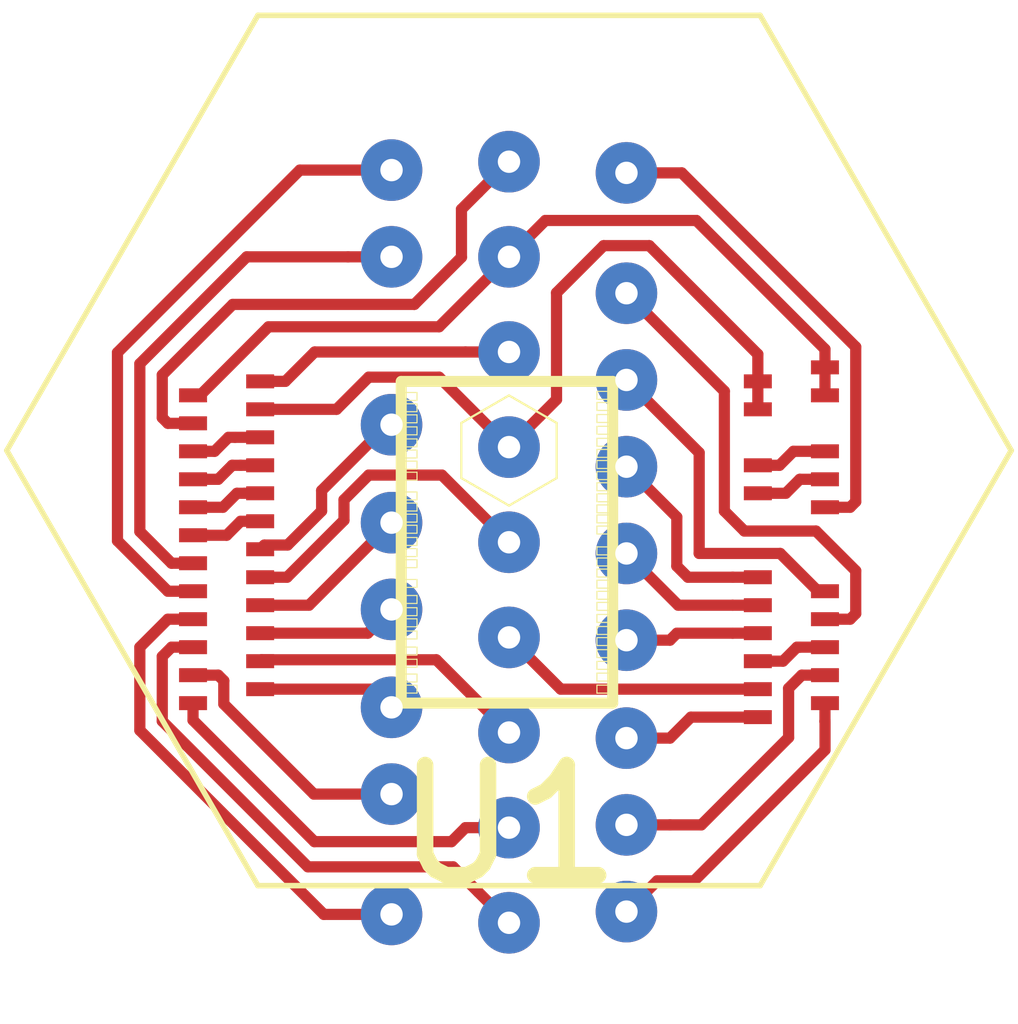
<source format=kicad_pcb>
(kicad_pcb (version 20170123) (host pcbnew "(2017-03-28 revision 8f3423b)-master")

  (general
    (links 40)
    (no_connects 2)
    (area 135.012329 103.8606 144.387671 113.157001)
    (thickness 1.6)
    (drawings 0)
    (tracks 164)
    (zones 0)
    (modules 1)
    (nets 31)
  )

  (page USLetter)
  (title_block
    (title "Topmetal-S sensor")
    (date 2017-04-12)
    (rev 0)
    (company LBNL)
  )

  (layers
    (0 F.Cu signal)
    (1 In1.Cu power)
    (2 In2.Cu jumper)
    (31 B.Cu signal)
    (33 F.Adhes user)
    (35 F.Paste user)
    (37 F.SilkS user)
    (39 F.Mask user)
    (40 Dwgs.User user)
    (41 Cmts.User user)
    (42 Eco1.User user)
    (43 Eco2.User user)
    (44 Edge.Cuts user)
    (45 Margin user)
    (47 F.CrtYd user)
    (49 F.Fab user)
  )

  (setup
    (last_trace_width 0.1016)
    (user_trace_width 0.1016)
    (user_trace_width 0.1524)
    (user_trace_width 0.2032)
    (trace_clearance 0.1016)
    (zone_clearance 0.1016)
    (zone_45_only no)
    (trace_min 0.1016)
    (segment_width 0.2)
    (edge_width 0.15)
    (via_size 0.5588)
    (via_drill 0.2032)
    (via_min_size 0.5588)
    (via_min_drill 0.2032)
    (user_via 0.5588 0.2032)
    (user_via 0.7112 0.3556)
    (user_via 0.8636 0.508)
    (uvia_size 0.3048)
    (uvia_drill 0.1016)
    (uvias_allowed no)
    (uvia_min_size 0)
    (uvia_min_drill 0)
    (pcb_text_width 0.3)
    (pcb_text_size 1.5 1.5)
    (mod_edge_width 0.15)
    (mod_text_size 1 1)
    (mod_text_width 0.15)
    (pad_size 1.2 0.9)
    (pad_drill 0)
    (pad_to_mask_clearance 0.2)
    (aux_axis_origin 0 0)
    (visible_elements FFFFFF7F)
    (pcbplotparams
      (layerselection 0x00030_80000001)
      (usegerberextensions false)
      (excludeedgelayer true)
      (linewidth 0.100000)
      (plotframeref false)
      (viasonmask false)
      (mode 1)
      (useauxorigin false)
      (hpglpennumber 1)
      (hpglpenspeed 20)
      (hpglpendiameter 15)
      (psnegative false)
      (psa4output false)
      (plotreference true)
      (plotvalue true)
      (plotinvisibletext false)
      (padsonsilk false)
      (subtractmaskfromsilk false)
      (outputformat 1)
      (mirror false)
      (drillshape 1)
      (scaleselection 1)
      (outputdirectory ""))
  )

  (net 0 "")
  (net 1 /Gring)
  (net 2 /AVDD)
  (net 3 /AGND)
  (net 4 /GND_NMOSI)
  (net 5 /CSA_VREF_{})
  (net 6 /CSA_VDIS_{})
  (net 7 /VCASN_{})
  (net 8 /VCASP_{})
  (net 9 /DVDD)
  (net 10 /DGND)
  (net 11 /LVDS_VREF)
  (net 12 /RESET)
  (net 13 /SDM_OUT2_{}_P)
  (net 14 /SDM_OUT2_{}_N)
  (net 15 /SDM_OUT1_{}_N)
  (net 16 /SDM_OUT1_{}_P)
  (net 17 /CLK_N)
  (net 18 /CLK_P)
  (net 19 /SCK_{})
  (net 20 /SDO_{})
  (net 21 /CSA_VBIASP_{})
  (net 22 /CSA_VBIASN_{})
  (net 23 /DAC_BufferX2_VREF)
  (net 24 /SDM_testIN)
  (net 25 /Ref2)
  (net 26 /Ref1)
  (net 27 /Ref3)
  (net 28 /GND_VREF)
  (net 29 /SDM_BIAS_{})
  (net 30 /SDM_VDD_Shield)

  (net_class Default "This is the default net class."
    (clearance 0.1016)
    (trace_width 0.1016)
    (via_dia 0.5588)
    (via_drill 0.2032)
    (uvia_dia 0.3048)
    (uvia_drill 0.1016)
    (diff_pair_gap 0.2032)
    (diff_pair_width 0.1016)
    (add_net /AGND)
    (add_net /AVDD)
    (add_net /CLK_N)
    (add_net /CLK_P)
    (add_net /CSA_VBIASN_{})
    (add_net /CSA_VBIASP_{})
    (add_net /CSA_VDIS_{})
    (add_net /CSA_VREF_{})
    (add_net /DAC_BufferX2_VREF)
    (add_net /DGND)
    (add_net /DVDD)
    (add_net /GND_NMOSI)
    (add_net /GND_VREF)
    (add_net /Gring)
    (add_net /LVDS_VREF)
    (add_net /RESET)
    (add_net /Ref1)
    (add_net /Ref2)
    (add_net /Ref3)
    (add_net /SCK_{})
    (add_net /SDM_BIAS_{})
    (add_net /SDM_OUT1_{}_N)
    (add_net /SDM_OUT1_{}_P)
    (add_net /SDM_OUT2_{}_N)
    (add_net /SDM_OUT2_{}_P)
    (add_net /SDM_VDD_Shield)
    (add_net /SDM_testIN)
    (add_net /SDO_{})
    (add_net /VCASN_{})
    (add_net /VCASP_{})
  )

  (module Topmetal:TMS1mm (layer F.Cu) (tedit 58EF9E67) (tstamp 58EF9880)
    (at 139.7 107.95)
    (path /58EEFFC1)
    (fp_text reference U1 (at 0 3.4) (layer F.SilkS)
      (effects (font (size 1 1) (thickness 0.15)))
    )
    (fp_text value TMS1mm (at 0 0) (layer F.Fab)
      (effects (font (size 1 1) (thickness 0.15)))
    )
    (fp_line (start 2.28053 -3.95) (end 4.56107 0) (layer F.SilkS) (width 0.05))
    (fp_line (start -2.28053 -3.95) (end 2.28053 -3.95) (layer F.SilkS) (width 0.05))
    (fp_line (start -4.56107 0) (end -2.28053 -3.95) (layer F.SilkS) (width 0.05))
    (fp_line (start -2.28053 3.95) (end -4.56107 0) (layer F.SilkS) (width 0.05))
    (fp_line (start 2.28053 3.95) (end -2.28053 3.95) (layer F.SilkS) (width 0.05))
    (fp_line (start 4.56107 0) (end 2.28053 3.95) (layer F.SilkS) (width 0.05))
    (fp_line (start -0.978525 2.29282) (end -0.978525 -0.627175) (layer F.SilkS) (width 0.1))
    (fp_line (start 0.941475 2.29282) (end -0.978525 2.29282) (layer F.SilkS) (width 0.1))
    (fp_line (start 0.941475 -0.627175) (end 0.941475 2.29282) (layer F.SilkS) (width 0.1))
    (fp_line (start -0.978525 -0.627175) (end 0.941475 -0.627175) (layer F.SilkS) (width 0.1))
    (fp_line (start 0.433013 -0.25) (end 0.433013 0.25) (layer F.SilkS) (width 0.02))
    (fp_line (start 0 -0.5) (end 0.433013 -0.25) (layer F.SilkS) (width 0.02))
    (fp_line (start -0.433013 -0.25) (end 0 -0.5) (layer F.SilkS) (width 0.02))
    (fp_line (start -0.433013 0.25) (end -0.433013 -0.25) (layer F.SilkS) (width 0.02))
    (fp_line (start 0 0.5) (end -0.433013 0.25) (layer F.SilkS) (width 0.02))
    (fp_line (start 0.433013 0.25) (end 0 0.5) (layer F.SilkS) (width 0.02))
    (fp_line (start 0.798475 -0.464575) (end 0.798475 -0.536575) (layer F.SilkS) (width 0.01))
    (fp_line (start 0.914475 -0.464575) (end 0.798475 -0.464575) (layer F.SilkS) (width 0.01))
    (fp_line (start 0.914475 -0.536575) (end 0.914475 -0.464575) (layer F.SilkS) (width 0.01))
    (fp_line (start 0.798475 -0.536575) (end 0.914475 -0.536575) (layer F.SilkS) (width 0.01))
    (fp_line (start 0.798475 -0.363775) (end 0.798475 -0.435775) (layer F.SilkS) (width 0.01))
    (fp_line (start 0.914475 -0.363775) (end 0.798475 -0.363775) (layer F.SilkS) (width 0.01))
    (fp_line (start 0.914475 -0.435775) (end 0.914475 -0.363775) (layer F.SilkS) (width 0.01))
    (fp_line (start 0.798475 -0.435775) (end 0.914475 -0.435775) (layer F.SilkS) (width 0.01))
    (fp_line (start 0.798475 -0.254475) (end 0.798475 -0.326475) (layer F.SilkS) (width 0.01))
    (fp_line (start 0.914475 -0.254475) (end 0.798475 -0.254475) (layer F.SilkS) (width 0.01))
    (fp_line (start 0.914475 -0.326475) (end 0.914475 -0.254475) (layer F.SilkS) (width 0.01))
    (fp_line (start 0.798475 -0.326475) (end 0.914475 -0.326475) (layer F.SilkS) (width 0.01))
    (fp_line (start 0.798475 -0.147875) (end 0.798475 -0.219875) (layer F.SilkS) (width 0.01))
    (fp_line (start 0.914475 -0.147875) (end 0.798475 -0.147875) (layer F.SilkS) (width 0.01))
    (fp_line (start 0.914475 -0.219875) (end 0.914475 -0.147875) (layer F.SilkS) (width 0.01))
    (fp_line (start 0.798475 -0.219875) (end 0.914475 -0.219875) (layer F.SilkS) (width 0.01))
    (fp_line (start 0.798475 -0.038575) (end 0.798475 -0.110575) (layer F.SilkS) (width 0.01))
    (fp_line (start 0.914475 -0.038575) (end 0.798475 -0.038575) (layer F.SilkS) (width 0.01))
    (fp_line (start 0.914475 -0.110575) (end 0.914475 -0.038575) (layer F.SilkS) (width 0.01))
    (fp_line (start 0.798475 -0.110575) (end 0.914475 -0.110575) (layer F.SilkS) (width 0.01))
    (fp_line (start 0.798475 0.062225) (end 0.798475 -0.009775) (layer F.SilkS) (width 0.01))
    (fp_line (start 0.914475 0.062225) (end 0.798475 0.062225) (layer F.SilkS) (width 0.01))
    (fp_line (start 0.914475 -0.009775) (end 0.914475 0.062225) (layer F.SilkS) (width 0.01))
    (fp_line (start 0.798475 -0.009775) (end 0.914475 -0.009775) (layer F.SilkS) (width 0.01))
    (fp_line (start 0.798475 0.163025) (end 0.798475 0.091025) (layer F.SilkS) (width 0.01))
    (fp_line (start 0.914475 0.163025) (end 0.798475 0.163025) (layer F.SilkS) (width 0.01))
    (fp_line (start 0.914475 0.091025) (end 0.914475 0.163025) (layer F.SilkS) (width 0.01))
    (fp_line (start 0.798475 0.091025) (end 0.914475 0.091025) (layer F.SilkS) (width 0.01))
    (fp_line (start 0.798475 0.263825) (end 0.798475 0.191825) (layer F.SilkS) (width 0.01))
    (fp_line (start 0.914475 0.263825) (end 0.798475 0.263825) (layer F.SilkS) (width 0.01))
    (fp_line (start 0.914475 0.191825) (end 0.914475 0.263825) (layer F.SilkS) (width 0.01))
    (fp_line (start 0.798475 0.191825) (end 0.914475 0.191825) (layer F.SilkS) (width 0.01))
    (fp_line (start 0.798475 0.364625) (end 0.798475 0.292625) (layer F.SilkS) (width 0.01))
    (fp_line (start 0.914475 0.364625) (end 0.798475 0.364625) (layer F.SilkS) (width 0.01))
    (fp_line (start 0.914475 0.292625) (end 0.914475 0.364625) (layer F.SilkS) (width 0.01))
    (fp_line (start 0.798475 0.292625) (end 0.914475 0.292625) (layer F.SilkS) (width 0.01))
    (fp_line (start 0.798475 0.465425) (end 0.798475 0.393425) (layer F.SilkS) (width 0.01))
    (fp_line (start 0.914475 0.465425) (end 0.798475 0.465425) (layer F.SilkS) (width 0.01))
    (fp_line (start 0.914475 0.393425) (end 0.914475 0.465425) (layer F.SilkS) (width 0.01))
    (fp_line (start 0.798475 0.393425) (end 0.914475 0.393425) (layer F.SilkS) (width 0.01))
    (fp_line (start 0.798475 0.566225) (end 0.798475 0.494225) (layer F.SilkS) (width 0.01))
    (fp_line (start 0.914475 0.566225) (end 0.798475 0.566225) (layer F.SilkS) (width 0.01))
    (fp_line (start 0.914475 0.494225) (end 0.914475 0.566225) (layer F.SilkS) (width 0.01))
    (fp_line (start 0.798475 0.494225) (end 0.914475 0.494225) (layer F.SilkS) (width 0.01))
    (fp_line (start 0.798475 0.657025) (end 0.798475 0.585025) (layer F.SilkS) (width 0.01))
    (fp_line (start 0.914475 0.657025) (end 0.798475 0.657025) (layer F.SilkS) (width 0.01))
    (fp_line (start 0.914475 0.585025) (end 0.914475 0.657025) (layer F.SilkS) (width 0.01))
    (fp_line (start 0.798475 0.585025) (end 0.914475 0.585025) (layer F.SilkS) (width 0.01))
    (fp_line (start 0.798475 0.757825) (end 0.798475 0.685825) (layer F.SilkS) (width 0.01))
    (fp_line (start 0.914475 0.757825) (end 0.798475 0.757825) (layer F.SilkS) (width 0.01))
    (fp_line (start 0.914475 0.685825) (end 0.914475 0.757825) (layer F.SilkS) (width 0.01))
    (fp_line (start 0.798475 0.685825) (end 0.914475 0.685825) (layer F.SilkS) (width 0.01))
    (fp_line (start 0.798475 0.947025) (end 0.798475 0.875025) (layer F.SilkS) (width 0.01))
    (fp_line (start 0.914475 0.947025) (end 0.798475 0.947025) (layer F.SilkS) (width 0.01))
    (fp_line (start 0.914475 0.875025) (end 0.914475 0.947025) (layer F.SilkS) (width 0.01))
    (fp_line (start 0.798475 0.875025) (end 0.914475 0.875025) (layer F.SilkS) (width 0.01))
    (fp_line (start 0.798475 1.04783) (end 0.798475 0.975825) (layer F.SilkS) (width 0.01))
    (fp_line (start 0.914475 1.04783) (end 0.798475 1.04783) (layer F.SilkS) (width 0.01))
    (fp_line (start 0.914475 0.975825) (end 0.914475 1.04783) (layer F.SilkS) (width 0.01))
    (fp_line (start 0.798475 0.975825) (end 0.914475 0.975825) (layer F.SilkS) (width 0.01))
    (fp_line (start 0.798475 1.14863) (end 0.798475 1.07662) (layer F.SilkS) (width 0.01))
    (fp_line (start 0.914475 1.14863) (end 0.798475 1.14863) (layer F.SilkS) (width 0.01))
    (fp_line (start 0.914475 1.07662) (end 0.914475 1.14863) (layer F.SilkS) (width 0.01))
    (fp_line (start 0.798475 1.07662) (end 0.914475 1.07662) (layer F.SilkS) (width 0.01))
    (fp_line (start 0.798475 1.24943) (end 0.798475 1.17742) (layer F.SilkS) (width 0.01))
    (fp_line (start 0.914475 1.24943) (end 0.798475 1.24943) (layer F.SilkS) (width 0.01))
    (fp_line (start 0.914475 1.17742) (end 0.914475 1.24943) (layer F.SilkS) (width 0.01))
    (fp_line (start 0.798475 1.17742) (end 0.914475 1.17742) (layer F.SilkS) (width 0.01))
    (fp_line (start 0.798475 1.35023) (end 0.798475 1.27822) (layer F.SilkS) (width 0.01))
    (fp_line (start 0.914475 1.35023) (end 0.798475 1.35023) (layer F.SilkS) (width 0.01))
    (fp_line (start 0.914475 1.27822) (end 0.914475 1.35023) (layer F.SilkS) (width 0.01))
    (fp_line (start 0.798475 1.27822) (end 0.914475 1.27822) (layer F.SilkS) (width 0.01))
    (fp_line (start 0.798475 1.45103) (end 0.798475 1.37903) (layer F.SilkS) (width 0.01))
    (fp_line (start 0.914475 1.45103) (end 0.798475 1.45103) (layer F.SilkS) (width 0.01))
    (fp_line (start 0.914475 1.37903) (end 0.914475 1.45103) (layer F.SilkS) (width 0.01))
    (fp_line (start 0.798475 1.37903) (end 0.914475 1.37903) (layer F.SilkS) (width 0.01))
    (fp_line (start 0.798475 1.56032) (end 0.798475 1.48832) (layer F.SilkS) (width 0.01))
    (fp_line (start 0.914475 1.56032) (end 0.798475 1.56032) (layer F.SilkS) (width 0.01))
    (fp_line (start 0.914475 1.48832) (end 0.914475 1.56032) (layer F.SilkS) (width 0.01))
    (fp_line (start 0.798475 1.48832) (end 0.914475 1.48832) (layer F.SilkS) (width 0.01))
    (fp_line (start 0.798475 1.66963) (end 0.798475 1.59763) (layer F.SilkS) (width 0.01))
    (fp_line (start 0.914475 1.66963) (end 0.798475 1.66963) (layer F.SilkS) (width 0.01))
    (fp_line (start 0.914475 1.59763) (end 0.914475 1.66963) (layer F.SilkS) (width 0.01))
    (fp_line (start 0.798475 1.59763) (end 0.914475 1.59763) (layer F.SilkS) (width 0.01))
    (fp_line (start 0.798475 1.77042) (end 0.798475 1.69842) (layer F.SilkS) (width 0.01))
    (fp_line (start 0.914475 1.77042) (end 0.798475 1.77042) (layer F.SilkS) (width 0.01))
    (fp_line (start 0.914475 1.69842) (end 0.914475 1.77042) (layer F.SilkS) (width 0.01))
    (fp_line (start 0.798475 1.69842) (end 0.914475 1.69842) (layer F.SilkS) (width 0.01))
    (fp_line (start 0.798475 1.87972) (end 0.798475 1.80772) (layer F.SilkS) (width 0.01))
    (fp_line (start 0.914475 1.87972) (end 0.798475 1.87972) (layer F.SilkS) (width 0.01))
    (fp_line (start 0.914475 1.80772) (end 0.914475 1.87972) (layer F.SilkS) (width 0.01))
    (fp_line (start 0.798475 1.80772) (end 0.914475 1.80772) (layer F.SilkS) (width 0.01))
    (fp_line (start 0.798475 1.98633) (end 0.798475 1.91433) (layer F.SilkS) (width 0.01))
    (fp_line (start 0.914475 1.98633) (end 0.798475 1.98633) (layer F.SilkS) (width 0.01))
    (fp_line (start 0.914475 1.91433) (end 0.914475 1.98633) (layer F.SilkS) (width 0.01))
    (fp_line (start 0.798475 1.91433) (end 0.914475 1.91433) (layer F.SilkS) (width 0.01))
    (fp_line (start 0.798475 2.09292) (end 0.798475 2.02092) (layer F.SilkS) (width 0.01))
    (fp_line (start 0.914475 2.09292) (end 0.798475 2.09292) (layer F.SilkS) (width 0.01))
    (fp_line (start 0.914475 2.02092) (end 0.914475 2.09292) (layer F.SilkS) (width 0.01))
    (fp_line (start 0.798475 2.02092) (end 0.914475 2.02092) (layer F.SilkS) (width 0.01))
    (fp_line (start 0.798475 2.20222) (end 0.798475 2.13022) (layer F.SilkS) (width 0.01))
    (fp_line (start 0.914475 2.20222) (end 0.798475 2.20222) (layer F.SilkS) (width 0.01))
    (fp_line (start 0.914475 2.13022) (end 0.914475 2.20222) (layer F.SilkS) (width 0.01))
    (fp_line (start 0.798475 2.13022) (end 0.914475 2.13022) (layer F.SilkS) (width 0.01))
    (fp_line (start -0.951525 2.20222) (end -0.951525 2.13022) (layer F.SilkS) (width 0.01))
    (fp_line (start -0.835525 2.20222) (end -0.951525 2.20222) (layer F.SilkS) (width 0.01))
    (fp_line (start -0.835525 2.13022) (end -0.835525 2.20222) (layer F.SilkS) (width 0.01))
    (fp_line (start -0.951525 2.13022) (end -0.835525 2.13022) (layer F.SilkS) (width 0.01))
    (fp_line (start -0.951525 2.10143) (end -0.951525 2.02943) (layer F.SilkS) (width 0.01))
    (fp_line (start -0.835525 2.10143) (end -0.951525 2.10143) (layer F.SilkS) (width 0.01))
    (fp_line (start -0.835525 2.02943) (end -0.835525 2.10143) (layer F.SilkS) (width 0.01))
    (fp_line (start -0.951525 2.02943) (end -0.835525 2.02943) (layer F.SilkS) (width 0.01))
    (fp_line (start -0.951525 1.96702) (end -0.951525 1.89502) (layer F.SilkS) (width 0.01))
    (fp_line (start -0.835525 1.96702) (end -0.951525 1.96702) (layer F.SilkS) (width 0.01))
    (fp_line (start -0.835525 1.89502) (end -0.835525 1.96702) (layer F.SilkS) (width 0.01))
    (fp_line (start -0.951525 1.89502) (end -0.835525 1.89502) (layer F.SilkS) (width 0.01))
    (fp_line (start -0.951525 1.85623) (end -0.951525 1.78422) (layer F.SilkS) (width 0.01))
    (fp_line (start -0.835525 1.85623) (end -0.951525 1.85623) (layer F.SilkS) (width 0.01))
    (fp_line (start -0.835525 1.78422) (end -0.835525 1.85623) (layer F.SilkS) (width 0.01))
    (fp_line (start -0.951525 1.78422) (end -0.835525 1.78422) (layer F.SilkS) (width 0.01))
    (fp_line (start -0.951525 1.71063) (end -0.951525 1.63862) (layer F.SilkS) (width 0.01))
    (fp_line (start -0.835525 1.71063) (end -0.951525 1.71063) (layer F.SilkS) (width 0.01))
    (fp_line (start -0.835525 1.63862) (end -0.835525 1.71063) (layer F.SilkS) (width 0.01))
    (fp_line (start -0.951525 1.63862) (end -0.835525 1.63862) (layer F.SilkS) (width 0.01))
    (fp_line (start -0.951525 1.59982) (end -0.951525 1.52782) (layer F.SilkS) (width 0.01))
    (fp_line (start -0.835525 1.59982) (end -0.951525 1.59982) (layer F.SilkS) (width 0.01))
    (fp_line (start -0.835525 1.52782) (end -0.835525 1.59982) (layer F.SilkS) (width 0.01))
    (fp_line (start -0.951525 1.52782) (end -0.835525 1.52782) (layer F.SilkS) (width 0.01))
    (fp_line (start -0.951525 1.49902) (end -0.951525 1.42702) (layer F.SilkS) (width 0.01))
    (fp_line (start -0.835525 1.49902) (end -0.951525 1.49902) (layer F.SilkS) (width 0.01))
    (fp_line (start -0.835525 1.42702) (end -0.835525 1.49902) (layer F.SilkS) (width 0.01))
    (fp_line (start -0.951525 1.42702) (end -0.835525 1.42702) (layer F.SilkS) (width 0.01))
    (fp_line (start -0.951525 1.38823) (end -0.951525 1.31622) (layer F.SilkS) (width 0.01))
    (fp_line (start -0.835525 1.38823) (end -0.951525 1.38823) (layer F.SilkS) (width 0.01))
    (fp_line (start -0.835525 1.31622) (end -0.835525 1.38823) (layer F.SilkS) (width 0.01))
    (fp_line (start -0.951525 1.31622) (end -0.835525 1.31622) (layer F.SilkS) (width 0.01))
    (fp_line (start -0.951525 1.24262) (end -0.951525 1.17062) (layer F.SilkS) (width 0.01))
    (fp_line (start -0.835525 1.24262) (end -0.951525 1.24262) (layer F.SilkS) (width 0.01))
    (fp_line (start -0.835525 1.17062) (end -0.835525 1.24262) (layer F.SilkS) (width 0.01))
    (fp_line (start -0.951525 1.17062) (end -0.835525 1.17062) (layer F.SilkS) (width 0.01))
    (fp_line (start -0.951525 1.06342) (end -0.951525 0.991425) (layer F.SilkS) (width 0.01))
    (fp_line (start -0.835525 1.06342) (end -0.951525 1.06342) (layer F.SilkS) (width 0.01))
    (fp_line (start -0.835525 0.991425) (end -0.835525 1.06342) (layer F.SilkS) (width 0.01))
    (fp_line (start -0.951525 0.991425) (end -0.835525 0.991425) (layer F.SilkS) (width 0.01))
    (fp_line (start -0.951525 0.962625) (end -0.951525 0.890625) (layer F.SilkS) (width 0.01))
    (fp_line (start -0.835525 0.962625) (end -0.951525 0.962625) (layer F.SilkS) (width 0.01))
    (fp_line (start -0.835525 0.890625) (end -0.835525 0.962625) (layer F.SilkS) (width 0.01))
    (fp_line (start -0.951525 0.890625) (end -0.835525 0.890625) (layer F.SilkS) (width 0.01))
    (fp_line (start -0.951525 0.861825) (end -0.951525 0.789825) (layer F.SilkS) (width 0.01))
    (fp_line (start -0.835525 0.861825) (end -0.951525 0.861825) (layer F.SilkS) (width 0.01))
    (fp_line (start -0.835525 0.789825) (end -0.835525 0.861825) (layer F.SilkS) (width 0.01))
    (fp_line (start -0.951525 0.789825) (end -0.835525 0.789825) (layer F.SilkS) (width 0.01))
    (fp_line (start -0.951525 0.750875) (end -0.951525 0.678875) (layer F.SilkS) (width 0.01))
    (fp_line (start -0.835525 0.750875) (end -0.951525 0.750875) (layer F.SilkS) (width 0.01))
    (fp_line (start -0.835525 0.678875) (end -0.835525 0.750875) (layer F.SilkS) (width 0.01))
    (fp_line (start -0.951525 0.678875) (end -0.835525 0.678875) (layer F.SilkS) (width 0.01))
    (fp_line (start -0.951525 0.650075) (end -0.951525 0.578075) (layer F.SilkS) (width 0.01))
    (fp_line (start -0.835525 0.650075) (end -0.951525 0.650075) (layer F.SilkS) (width 0.01))
    (fp_line (start -0.835525 0.578075) (end -0.835525 0.650075) (layer F.SilkS) (width 0.01))
    (fp_line (start -0.951525 0.578075) (end -0.835525 0.578075) (layer F.SilkS) (width 0.01))
    (fp_line (start -0.951525 0.549275) (end -0.951525 0.477275) (layer F.SilkS) (width 0.01))
    (fp_line (start -0.835525 0.549275) (end -0.951525 0.549275) (layer F.SilkS) (width 0.01))
    (fp_line (start -0.835525 0.477275) (end -0.835525 0.549275) (layer F.SilkS) (width 0.01))
    (fp_line (start -0.951525 0.477275) (end -0.835525 0.477275) (layer F.SilkS) (width 0.01))
    (fp_line (start -0.951525 0.448475) (end -0.951525 0.376475) (layer F.SilkS) (width 0.01))
    (fp_line (start -0.835525 0.448475) (end -0.951525 0.448475) (layer F.SilkS) (width 0.01))
    (fp_line (start -0.835525 0.376475) (end -0.835525 0.448475) (layer F.SilkS) (width 0.01))
    (fp_line (start -0.951525 0.376475) (end -0.835525 0.376475) (layer F.SilkS) (width 0.01))
    (fp_line (start -0.951525 0.269275) (end -0.951525 0.197275) (layer F.SilkS) (width 0.01))
    (fp_line (start -0.835525 0.269275) (end -0.951525 0.269275) (layer F.SilkS) (width 0.01))
    (fp_line (start -0.835525 0.197275) (end -0.835525 0.269275) (layer F.SilkS) (width 0.01))
    (fp_line (start -0.951525 0.197275) (end -0.835525 0.197275) (layer F.SilkS) (width 0.01))
    (fp_line (start -0.951525 0.168475) (end -0.951525 0.096475) (layer F.SilkS) (width 0.01))
    (fp_line (start -0.835525 0.168475) (end -0.951525 0.168475) (layer F.SilkS) (width 0.01))
    (fp_line (start -0.835525 0.096475) (end -0.835525 0.168475) (layer F.SilkS) (width 0.01))
    (fp_line (start -0.951525 0.096475) (end -0.835525 0.096475) (layer F.SilkS) (width 0.01))
    (fp_line (start -0.951525 0.067675) (end -0.951525 -0.004325) (layer F.SilkS) (width 0.01))
    (fp_line (start -0.835525 0.067675) (end -0.951525 0.067675) (layer F.SilkS) (width 0.01))
    (fp_line (start -0.835525 -0.004325) (end -0.835525 0.067675) (layer F.SilkS) (width 0.01))
    (fp_line (start -0.951525 -0.004325) (end -0.835525 -0.004325) (layer F.SilkS) (width 0.01))
    (fp_line (start -0.951525 -0.033125) (end -0.951525 -0.105125) (layer F.SilkS) (width 0.01))
    (fp_line (start -0.835525 -0.033125) (end -0.951525 -0.033125) (layer F.SilkS) (width 0.01))
    (fp_line (start -0.835525 -0.105125) (end -0.835525 -0.033125) (layer F.SilkS) (width 0.01))
    (fp_line (start -0.951525 -0.105125) (end -0.835525 -0.105125) (layer F.SilkS) (width 0.01))
    (fp_line (start -0.951525 -0.142425) (end -0.951525 -0.214425) (layer F.SilkS) (width 0.01))
    (fp_line (start -0.835525 -0.142425) (end -0.951525 -0.142425) (layer F.SilkS) (width 0.01))
    (fp_line (start -0.835525 -0.214425) (end -0.835525 -0.142425) (layer F.SilkS) (width 0.01))
    (fp_line (start -0.951525 -0.214425) (end -0.835525 -0.214425) (layer F.SilkS) (width 0.01))
    (fp_line (start -0.951525 -0.251725) (end -0.951525 -0.323725) (layer F.SilkS) (width 0.01))
    (fp_line (start -0.835525 -0.251725) (end -0.951525 -0.251725) (layer F.SilkS) (width 0.01))
    (fp_line (start -0.835525 -0.323725) (end -0.835525 -0.251725) (layer F.SilkS) (width 0.01))
    (fp_line (start -0.951525 -0.323725) (end -0.835525 -0.323725) (layer F.SilkS) (width 0.01))
    (fp_line (start -0.951525 -0.352525) (end -0.951525 -0.424525) (layer F.SilkS) (width 0.01))
    (fp_line (start -0.835525 -0.352525) (end -0.951525 -0.352525) (layer F.SilkS) (width 0.01))
    (fp_line (start -0.835525 -0.424525) (end -0.835525 -0.352525) (layer F.SilkS) (width 0.01))
    (fp_line (start -0.951525 -0.424525) (end -0.835525 -0.424525) (layer F.SilkS) (width 0.01))
    (fp_line (start -0.951525 -0.454575) (end -0.951525 -0.526575) (layer F.SilkS) (width 0.01))
    (fp_line (start -0.835525 -0.454575) (end -0.951525 -0.454575) (layer F.SilkS) (width 0.01))
    (fp_line (start -0.835525 -0.526575) (end -0.835525 -0.454575) (layer F.SilkS) (width 0.01))
    (fp_line (start -0.951525 -0.526575) (end -0.835525 -0.526575) (layer F.SilkS) (width 0.01))
    (pad 26 thru_hole circle (at 1.0668 4.18562) (size 0.5588 0.5588) (drill 0.2032) (layers *.Cu)
      (net 30 /SDM_VDD_Shield))
    (pad 28 thru_hole circle (at 1.0668 3.39823) (size 0.5588 0.5588) (drill 0.2032) (layers *.Cu)
      (net 3 /AGND))
    (pad 25 thru_hole circle (at 1.0668 2.61083) (size 0.5588 0.5588) (drill 0.2032) (layers *.Cu)
      (net 20 /SDO_{}))
    (pad 31 thru_hole circle (at 1.0668 1.72182) (size 0.5588 0.5588) (drill 0.2032) (layers *.Cu)
      (net 28 /GND_VREF))
    (pad 33 thru_hole circle (at 1.0668 0.934425) (size 0.5588 0.5588) (drill 0.2032) (layers *.Cu)
      (net 26 /Ref1))
    (pad 35 thru_hole circle (at 1.0668 0.147025) (size 0.5588 0.5588) (drill 0.2032) (layers *.Cu)
      (net 24 /SDM_testIN))
    (pad 34 thru_hole circle (at 1.0668 -0.640375) (size 0.5588 0.5588) (drill 0.2032) (layers *.Cu)
      (net 25 /Ref2))
    (pad 32 thru_hole circle (at 1.0668 -1.42777) (size 0.5588 0.5588) (drill 0.2032) (layers *.Cu)
      (net 27 /Ref3))
    (pad 40 thru_hole circle (at 1.0668 -2.51997) (size 0.5588 0.5588) (drill 0.2032) (layers *.Cu)
      (net 23 /DAC_BufferX2_VREF))
    (pad 20 thru_hole circle (at 0 4.28722) (size 0.5588 0.5588) (drill 0.2032) (layers *.Cu)
      (net 16 /SDM_OUT1_{}_P))
    (pad 24 thru_hole circle (at 0 3.42362) (size 0.5588 0.5588) (drill 0.2032) (layers *.Cu)
      (net 20 /SDO_{}))
    (pad 21 thru_hole circle (at 0 2.56002) (size 0.5588 0.5588) (drill 0.2032) (layers *.Cu)
      (net 17 /CLK_N))
    (pad 27 thru_hole circle (at 0 1.69642) (size 0.5588 0.5588) (drill 0.2032) (layers *.Cu)
      (net 2 /AVDD))
    (pad 15 thru_hole circle (at 0 0.832825) (size 0.5588 0.5588) (drill 0.2032) (layers *.Cu)
      (net 11 /LVDS_VREF))
    (pad 3 thru_hole circle (at 0 -0.030775) (size 0.5588 0.5588) (drill 0.2032) (layers *.Cu)
      (net 3 /AGND))
    (pad 1 thru_hole circle (at 0 -0.894375) (size 0.5588 0.5588) (drill 0.2032) (layers *.Cu)
      (net 1 /Gring))
    (pad 2 thru_hole circle (at 0 -1.75798) (size 0.5588 0.5588) (drill 0.2032) (layers *.Cu)
      (net 2 /AVDD))
    (pad 4 thru_hole circle (at 0 -2.62157) (size 0.5588 0.5588) (drill 0.2032) (layers *.Cu)
      (net 4 /GND_NMOSI))
    (pad 18 thru_hole circle (at -1.0668 4.21103) (size 0.5588 0.5588) (drill 0.2032) (layers *.Cu)
      (net 14 /SDM_OUT2_{}_N))
    (pad 22 thru_hole circle (at -1.0668 3.11883) (size 0.5588 0.5588) (drill 0.2032) (layers *.Cu)
      (net 18 /CLK_P))
    (pad 23 thru_hole circle (at -1.0668 2.33143) (size 0.5588 0.5588) (drill 0.2032) (layers *.Cu)
      (net 19 /SCK_{}))
    (pad 19 thru_hole circle (at -1.0668 1.44243) (size 0.5588 0.5588) (drill 0.2032) (layers *.Cu)
      (net 15 /SDM_OUT1_{}_N))
    (pad 17 thru_hole circle (at -1.0668 0.655025) (size 0.5588 0.5588) (drill 0.2032) (layers *.Cu)
      (net 13 /SDM_OUT2_{}_P))
    (pad 13 thru_hole circle (at -1.0668 -0.233975) (size 0.5588 0.5588) (drill 0.2032) (layers *.Cu)
      (net 9 /DVDD))
    (pad 14 thru_hole circle (at -1.0668 -1.75798) (size 0.5588 0.5588) (drill 0.2032) (layers *.Cu)
      (net 10 /DGND))
    (pad 16 thru_hole circle (at -1.0668 -2.54537) (size 0.5588 0.5588) (drill 0.2032) (layers *.Cu)
      (net 12 /RESET))
    (pad 25 smd rect (at 2.26 2.42033 90) (size 0.127 0.254) (layers F.Cu F.Mask)
      (net 20 /SDO_{}))
    (pad 26 smd rect (at 2.8696 2.29333 90) (size 0.127 0.254) (layers F.Cu F.Mask)
      (net 30 /SDM_VDD_Shield))
    (pad 27 smd rect (at 2.26 2.16633 90) (size 0.127 0.254) (layers F.Cu F.Mask)
      (net 2 /AVDD))
    (pad 28 smd rect (at 2.8696 2.03933 90) (size 0.127 0.254) (layers F.Cu F.Mask)
      (net 3 /AGND))
    (pad 29 smd rect (at 2.26 1.91233 90) (size 0.127 0.254) (layers F.Cu F.Mask)
      (net 29 /SDM_BIAS_{}))
    (pad 30 smd rect (at 2.8696 1.78533 90) (size 0.127 0.254) (layers F.Cu F.Mask)
      (net 29 /SDM_BIAS_{}))
    (pad 31 smd rect (at 2.26 1.65833 90) (size 0.127 0.254) (layers F.Cu F.Mask)
      (net 28 /GND_VREF))
    (pad 32 smd rect (at 2.8696 1.53133 90) (size 0.127 0.254) (layers F.Cu F.Mask)
      (net 27 /Ref3))
    (pad 33 smd rect (at 2.26 1.40433 90) (size 0.127 0.254) (layers F.Cu F.Mask)
      (net 26 /Ref1))
    (pad 34 smd rect (at 2.8696 1.27733 90) (size 0.127 0.254) (layers F.Cu F.Mask)
      (net 25 /Ref2))
    (pad 35 smd rect (at 2.26 1.15033 90) (size 0.127 0.254) (layers F.Cu F.Mask)
      (net 24 /SDM_testIN))
    (pad 40 smd rect (at 2.8696 0.515325 90) (size 0.127 0.254) (layers F.Cu F.Mask)
      (net 23 /DAC_BufferX2_VREF))
    (pad 41 smd rect (at 2.26 0.388325 90) (size 0.127 0.254) (layers F.Cu F.Mask)
      (net 22 /CSA_VBIASN_{}))
    (pad 42 smd rect (at 2.8696 0.261325 90) (size 0.127 0.254) (layers F.Cu F.Mask)
      (net 22 /CSA_VBIASN_{}))
    (pad 43 smd rect (at 2.26 0.134325 90) (size 0.127 0.254) (layers F.Cu F.Mask)
      (net 21 /CSA_VBIASP_{}))
    (pad 44 smd rect (at 2.8696 0.007325 90) (size 0.127 0.254) (layers F.Cu F.Mask)
      (net 21 /CSA_VBIASP_{}))
    (pad 47 smd rect (at 2.26 -0.373675 90) (size 0.127 0.254) (layers F.Cu F.Mask)
      (net 3 /AGND))
    (pad 48 smd rect (at 2.8696 -0.500675 90) (size 0.127 0.254) (layers F.Cu F.Mask)
      (net 2 /AVDD))
    (pad 49 smd rect (at 2.26 -0.627675 90) (size 0.127 0.254) (layers F.Cu F.Mask)
      (net 3 /AGND))
    (pad 50 smd rect (at 2.8696 -0.754675 90) (size 0.127 0.254) (layers F.Cu F.Mask)
      (net 2 /AVDD))
    (pad 24 smd rect (at -2.8696 2.29333 90) (size 0.127 0.254) (layers F.Cu F.Mask)
      (net 20 /SDO_{}))
    (pad 23 smd rect (at -2.26 2.16633 90) (size 0.127 0.254) (layers F.Cu F.Mask)
      (net 19 /SCK_{}))
    (pad 22 smd rect (at -2.8696 2.03932 90) (size 0.127 0.254) (layers F.Cu F.Mask)
      (net 18 /CLK_P))
    (pad 21 smd rect (at -2.26 1.91233 90) (size 0.127 0.254) (layers F.Cu F.Mask)
      (net 17 /CLK_N))
    (pad 20 smd rect (at -2.8696 1.78533 90) (size 0.127 0.254) (layers F.Cu F.Mask)
      (net 16 /SDM_OUT1_{}_P))
    (pad 19 smd rect (at -2.26 1.65833 90) (size 0.127 0.254) (layers F.Cu F.Mask)
      (net 15 /SDM_OUT1_{}_N))
    (pad 18 smd rect (at -2.8696 1.53132 90) (size 0.127 0.254) (layers F.Cu F.Mask)
      (net 14 /SDM_OUT2_{}_N))
    (pad 17 smd rect (at -2.26 1.40433 90) (size 0.127 0.254) (layers F.Cu F.Mask)
      (net 13 /SDM_OUT2_{}_P))
    (pad 16 smd rect (at -2.8696 1.27733 90) (size 0.127 0.254) (layers F.Cu F.Mask)
      (net 12 /RESET))
    (pad 15 smd rect (at -2.26 1.15033 90) (size 0.127 0.254) (layers F.Cu F.Mask)
      (net 11 /LVDS_VREF))
    (pad 14 smd rect (at -2.8696 1.02333 90) (size 0.127 0.254) (layers F.Cu F.Mask)
      (net 10 /DGND))
    (pad 13 smd rect (at -2.26 0.896325 90) (size 0.127 0.254) (layers F.Cu F.Mask)
      (net 9 /DVDD))
    (pad 12 smd rect (at -2.8696 0.769325 90) (size 0.127 0.254) (layers F.Cu F.Mask)
      (net 8 /VCASP_{}))
    (pad 11 smd rect (at -2.26 0.642325 90) (size 0.127 0.254) (layers F.Cu F.Mask)
      (net 8 /VCASP_{}))
    (pad 10 smd rect (at -2.8696 0.515325 90) (size 0.127 0.254) (layers F.Cu F.Mask)
      (net 7 /VCASN_{}))
    (pad 9 smd rect (at -2.26 0.388325 90) (size 0.127 0.254) (layers F.Cu F.Mask)
      (net 7 /VCASN_{}))
    (pad 8 smd rect (at -2.8696 0.261325 90) (size 0.127 0.254) (layers F.Cu F.Mask)
      (net 6 /CSA_VDIS_{}))
    (pad 7 smd rect (at -2.26 0.134325 90) (size 0.127 0.254) (layers F.Cu F.Mask)
      (net 6 /CSA_VDIS_{}))
    (pad 6 smd rect (at -2.8696 0.007325 90) (size 0.127 0.254) (layers F.Cu F.Mask)
      (net 5 /CSA_VREF_{}))
    (pad 5 smd rect (at -2.26 -0.119675 90) (size 0.127 0.254) (layers F.Cu F.Mask)
      (net 5 /CSA_VREF_{}))
    (pad 4 smd rect (at -2.8696 -0.246675 90) (size 0.127 0.254) (layers F.Cu F.Mask)
      (net 4 /GND_NMOSI))
    (pad 3 smd rect (at -2.26 -0.373675 90) (size 0.127 0.254) (layers F.Cu F.Mask)
      (net 3 /AGND))
    (pad 2 smd rect (at -2.8696 -0.500675 90) (size 0.127 0.254) (layers F.Cu F.Mask)
      (net 2 /AVDD))
    (pad 1 smd rect (at -2.26 -0.627675 90) (size 0.127 0.254) (layers F.Cu F.Mask)
      (net 1 /Gring))
  )

  (segment (start 137.44 107.322325) (end 137.6686 107.322325) (width 0.1016) (layer F.Cu) (net 1))
  (segment (start 137.6686 107.322325) (end 137.9353 107.055625) (width 0.1016) (layer F.Cu) (net 1))
  (segment (start 137.9353 107.055625) (end 139.304869 107.055625) (width 0.1016) (layer F.Cu) (net 1))
  (segment (start 139.304869 107.055625) (end 139.7 107.055625) (width 0.1016) (layer F.Cu) (net 1))
  (segment (start 139.420601 106.471419) (end 139.7 106.19202) (width 0.1016) (layer F.Cu) (net 2))
  (segment (start 136.8939 107.449325) (end 137.516193 106.827032) (width 0.1016) (layer F.Cu) (net 2))
  (segment (start 139.064988 106.827032) (end 139.420601 106.471419) (width 0.1016) (layer F.Cu) (net 2))
  (segment (start 137.516193 106.827032) (end 139.064988 106.827032) (width 0.1016) (layer F.Cu) (net 2))
  (segment (start 136.8304 107.449325) (end 136.8939 107.449325) (width 0.1016) (layer F.Cu) (net 2))
  (segment (start 142.5696 107.195325) (end 142.5696 107.030225) (width 0.1016) (layer F.Cu) (net 2))
  (segment (start 142.5696 107.030225) (end 141.401206 105.861831) (width 0.1016) (layer F.Cu) (net 2))
  (segment (start 141.401206 105.861831) (end 140.030189 105.861831) (width 0.1016) (layer F.Cu) (net 2))
  (segment (start 140.030189 105.861831) (end 139.7 106.19202) (width 0.1016) (layer F.Cu) (net 2))
  (segment (start 142.5696 107.449325) (end 142.5696 107.195325) (width 0.1016) (layer F.Cu) (net 2))
  (segment (start 139.7 109.64642) (end 140.16991 110.11633) (width 0.1016) (layer F.Cu) (net 2))
  (segment (start 140.16991 110.11633) (end 141.96 110.11633) (width 0.1016) (layer F.Cu) (net 2))
  (segment (start 137.44 107.576325) (end 138.133834 107.576325) (width 0.1016) (layer F.Cu) (net 3))
  (segment (start 138.133834 107.576325) (end 138.425935 107.284224) (width 0.1016) (layer F.Cu) (net 3))
  (segment (start 138.425935 107.284224) (end 139.064999 107.284224) (width 0.1016) (layer F.Cu) (net 3))
  (segment (start 139.064999 107.284224) (end 139.420601 107.639826) (width 0.1016) (layer F.Cu) (net 3))
  (segment (start 139.420601 107.639826) (end 139.7 107.919225) (width 0.1016) (layer F.Cu) (net 3))
  (segment (start 142.5696 109.98933) (end 142.358778 109.98933) (width 0.1016) (layer F.Cu) (net 3))
  (segment (start 142.358778 109.98933) (end 142.239401 110.108707) (width 0.1016) (layer F.Cu) (net 3))
  (segment (start 142.239401 110.108707) (end 142.239401 110.555751) (width 0.1016) (layer F.Cu) (net 3))
  (segment (start 142.239401 110.555751) (end 141.446922 111.34823) (width 0.1016) (layer F.Cu) (net 3))
  (segment (start 141.161931 111.34823) (end 140.7668 111.34823) (width 0.1016) (layer F.Cu) (net 3))
  (segment (start 141.446922 111.34823) (end 141.161931 111.34823) (width 0.1016) (layer F.Cu) (net 3))
  (segment (start 141.96 107.322325) (end 141.96 107.076364) (width 0.1016) (layer F.Cu) (net 3))
  (segment (start 141.96 107.076364) (end 140.974065 106.090429) (width 0.1016) (layer F.Cu) (net 3))
  (segment (start 140.974065 106.090429) (end 140.559535 106.090429) (width 0.1016) (layer F.Cu) (net 3))
  (segment (start 139.979399 107.639826) (end 139.7 107.919225) (width 0.1016) (layer F.Cu) (net 3))
  (segment (start 140.559535 106.090429) (end 140.131801 106.518163) (width 0.1016) (layer F.Cu) (net 3))
  (segment (start 140.131801 106.518163) (end 140.131801 107.487424) (width 0.1016) (layer F.Cu) (net 3))
  (segment (start 140.131801 107.487424) (end 139.979399 107.639826) (width 0.1016) (layer F.Cu) (net 3))
  (segment (start 141.96 107.576325) (end 141.96 107.322325) (width 0.1016) (layer F.Cu) (net 3))
  (segment (start 138.840465 106.623821) (end 139.268199 106.196087) (width 0.1016) (layer F.Cu) (net 4))
  (segment (start 136.8304 107.703325) (end 136.6018 107.703325) (width 0.1016) (layer F.Cu) (net 4))
  (segment (start 136.6018 107.703325) (end 136.550999 107.652524) (width 0.1016) (layer F.Cu) (net 4))
  (segment (start 139.268199 106.196087) (end 139.268199 105.760231) (width 0.1016) (layer F.Cu) (net 4))
  (segment (start 136.550999 107.652524) (end 136.550999 107.263904) (width 0.1016) (layer F.Cu) (net 4))
  (segment (start 139.268199 105.760231) (end 139.420601 105.607829) (width 0.1016) (layer F.Cu) (net 4))
  (segment (start 139.420601 105.607829) (end 139.7 105.32843) (width 0.1016) (layer F.Cu) (net 4))
  (segment (start 136.550999 107.263904) (end 137.191082 106.623821) (width 0.1016) (layer F.Cu) (net 4))
  (segment (start 137.191082 106.623821) (end 138.840465 106.623821) (width 0.1016) (layer F.Cu) (net 4))
  (segment (start 137.2114 107.830325) (end 137.44 107.830325) (width 0.1016) (layer F.Cu) (net 5))
  (segment (start 137.152675 107.830325) (end 137.2114 107.830325) (width 0.1016) (layer F.Cu) (net 5))
  (segment (start 136.8304 107.957325) (end 137.025675 107.957325) (width 0.1016) (layer F.Cu) (net 5))
  (segment (start 137.025675 107.957325) (end 137.152675 107.830325) (width 0.1016) (layer F.Cu) (net 5))
  (segment (start 136.8304 108.211325) (end 137.059058 108.211325) (width 0.1016) (layer F.Cu) (net 6))
  (segment (start 137.059058 108.211325) (end 137.186058 108.084325) (width 0.1016) (layer F.Cu) (net 6))
  (segment (start 137.186058 108.084325) (end 137.262561 108.084325) (width 0.1016) (layer F.Cu) (net 6))
  (segment (start 137.262561 108.084325) (end 137.44 108.084325) (width 0.1016) (layer F.Cu) (net 6))
  (segment (start 136.8304 108.465325) (end 137.102178 108.465325) (width 0.1016) (layer F.Cu) (net 7))
  (segment (start 137.102178 108.465325) (end 137.229178 108.338325) (width 0.1016) (layer F.Cu) (net 7))
  (segment (start 137.229178 108.338325) (end 137.295944 108.338325) (width 0.1016) (layer F.Cu) (net 7))
  (segment (start 137.295944 108.338325) (end 137.44 108.338325) (width 0.1016) (layer F.Cu) (net 7))
  (segment (start 137.262561 108.592325) (end 137.44 108.592325) (width 0.1016) (layer F.Cu) (net 8))
  (segment (start 136.8304 108.719325) (end 137.135561 108.719325) (width 0.1016) (layer F.Cu) (net 8))
  (segment (start 137.135561 108.719325) (end 137.262561 108.592325) (width 0.1016) (layer F.Cu) (net 8))
  (segment (start 137.44 108.846325) (end 137.478099 108.808226) (width 0.1016) (layer F.Cu) (net 9))
  (segment (start 137.478099 108.808226) (end 137.688921 108.808226) (width 0.1016) (layer F.Cu) (net 9))
  (segment (start 138.595752 107.716025) (end 138.6332 107.716025) (width 0.1016) (layer F.Cu) (net 9))
  (segment (start 137.688921 108.808226) (end 137.998201 108.498946) (width 0.1016) (layer F.Cu) (net 9))
  (segment (start 137.998201 108.498946) (end 137.998202 108.313575) (width 0.1016) (layer F.Cu) (net 9))
  (segment (start 137.998202 108.313575) (end 138.595752 107.716025) (width 0.1016) (layer F.Cu) (net 9))
  (segment (start 138.238069 106.19202) (end 138.6332 106.19202) (width 0.1016) (layer F.Cu) (net 10))
  (segment (start 137.31778 106.19202) (end 138.238069 106.19202) (width 0.1016) (layer F.Cu) (net 10))
  (segment (start 136.347211 107.162589) (end 137.31778 106.19202) (width 0.1016) (layer F.Cu) (net 10))
  (segment (start 136.347211 108.685359) (end 136.347211 107.162589) (width 0.1016) (layer F.Cu) (net 10))
  (segment (start 136.8304 108.97333) (end 136.635182 108.97333) (width 0.1016) (layer F.Cu) (net 10))
  (segment (start 136.635182 108.97333) (end 136.347211 108.685359) (width 0.1016) (layer F.Cu) (net 10))
  (segment (start 138.425935 108.173224) (end 139.090399 108.173224) (width 0.1016) (layer F.Cu) (net 11))
  (segment (start 138.201411 108.397748) (end 138.425935 108.173224) (width 0.1016) (layer F.Cu) (net 11))
  (segment (start 138.201411 108.583119) (end 138.201411 108.397748) (width 0.1016) (layer F.Cu) (net 11))
  (segment (start 139.420601 108.503426) (end 139.7 108.782825) (width 0.1016) (layer F.Cu) (net 11))
  (segment (start 137.6842 109.10033) (end 138.201411 108.583119) (width 0.1016) (layer F.Cu) (net 11))
  (segment (start 139.090399 108.173224) (end 139.420601 108.503426) (width 0.1016) (layer F.Cu) (net 11))
  (segment (start 137.44 109.10033) (end 137.6842 109.10033) (width 0.1016) (layer F.Cu) (net 11))
  (segment (start 136.144 107.061) (end 137.80037 105.40463) (width 0.1016) (layer F.Cu) (net 12))
  (segment (start 137.80037 105.40463) (end 138.6332 105.40463) (width 0.1016) (layer F.Cu) (net 12))
  (segment (start 136.144 108.76953) (end 136.144 107.061) (width 0.1016) (layer F.Cu) (net 12))
  (segment (start 136.6018 109.22733) (end 136.144 108.76953) (width 0.1016) (layer F.Cu) (net 12))
  (segment (start 136.8304 109.22733) (end 136.6018 109.22733) (width 0.1016) (layer F.Cu) (net 12))
  (segment (start 137.44 109.35433) (end 137.883895 109.35433) (width 0.1016) (layer F.Cu) (net 13))
  (segment (start 137.883895 109.35433) (end 138.6332 108.605025) (width 0.1016) (layer F.Cu) (net 13))
  (segment (start 136.8304 109.48132) (end 136.6018 109.48132) (width 0.1016) (layer F.Cu) (net 14))
  (segment (start 136.6018 109.48132) (end 136.3472 109.73592) (width 0.1016) (layer F.Cu) (net 14))
  (segment (start 136.3472 109.73592) (end 136.3472 110.49) (width 0.1016) (layer F.Cu) (net 14))
  (segment (start 136.3472 110.49) (end 138.01823 112.16103) (width 0.1016) (layer F.Cu) (net 14))
  (segment (start 138.01823 112.16103) (end 138.6332 112.16103) (width 0.1016) (layer F.Cu) (net 14))
  (segment (start 137.44 109.60833) (end 138.4173 109.60833) (width 0.1016) (layer F.Cu) (net 15))
  (segment (start 138.4173 109.60833) (end 138.6332 109.39243) (width 0.1016) (layer F.Cu) (net 15))
  (segment (start 139.420601 111.957821) (end 139.7 112.23722) (width 0.1016) (layer F.Cu) (net 16))
  (segment (start 136.550999 110.406417) (end 137.873811 111.729229) (width 0.1016) (layer F.Cu) (net 16))
  (segment (start 136.8304 109.73533) (end 136.635172 109.73533) (width 0.1016) (layer F.Cu) (net 16))
  (segment (start 137.873811 111.729229) (end 139.192009 111.729229) (width 0.1016) (layer F.Cu) (net 16))
  (segment (start 139.192009 111.729229) (end 139.420601 111.957821) (width 0.1016) (layer F.Cu) (net 16))
  (segment (start 136.550999 109.819503) (end 136.550999 110.406417) (width 0.1016) (layer F.Cu) (net 16))
  (segment (start 136.635172 109.73533) (end 136.550999 109.819503) (width 0.1016) (layer F.Cu) (net 16))
  (segment (start 137.44 109.86233) (end 137.452701 109.849629) (width 0.1016) (layer F.Cu) (net 17))
  (segment (start 137.452701 109.849629) (end 139.039609 109.849629) (width 0.1016) (layer F.Cu) (net 17))
  (segment (start 139.039609 109.849629) (end 139.420601 110.230621) (width 0.1016) (layer F.Cu) (net 17))
  (segment (start 139.420601 110.230621) (end 139.7 110.51002) (width 0.1016) (layer F.Cu) (net 17))
  (segment (start 138.6332 111.06883) (end 137.927678 111.06883) (width 0.1016) (layer F.Cu) (net 18))
  (segment (start 137.927678 111.06883) (end 137.109801 110.250953) (width 0.1016) (layer F.Cu) (net 18))
  (segment (start 137.109801 110.250953) (end 137.109801 110.040121) (width 0.1016) (layer F.Cu) (net 18))
  (segment (start 137.109801 110.040121) (end 137.059 109.98932) (width 0.1016) (layer F.Cu) (net 18))
  (segment (start 137.059 109.98932) (end 136.8304 109.98932) (width 0.1016) (layer F.Cu) (net 18))
  (segment (start 137.44 110.11633) (end 138.4681 110.11633) (width 0.1016) (layer F.Cu) (net 19))
  (segment (start 138.4681 110.11633) (end 138.6332 110.28143) (width 0.1016) (layer F.Cu) (net 19))
  (segment (start 139.177858 111.500631) (end 139.304869 111.37362) (width 0.1016) (layer F.Cu) (net 20))
  (segment (start 137.932595 111.500631) (end 139.177858 111.500631) (width 0.1016) (layer F.Cu) (net 20))
  (segment (start 136.8304 110.398436) (end 137.932595 111.500631) (width 0.1016) (layer F.Cu) (net 20))
  (segment (start 139.304869 111.37362) (end 139.7 111.37362) (width 0.1016) (layer F.Cu) (net 20))
  (segment (start 136.8304 110.24333) (end 136.8304 110.398436) (width 0.1016) (layer F.Cu) (net 20))
  (segment (start 140.7668 110.56083) (end 141.161931 110.56083) (width 0.1016) (layer F.Cu) (net 20))
  (segment (start 141.161931 110.56083) (end 141.352431 110.37033) (width 0.1016) (layer F.Cu) (net 20))
  (segment (start 141.352431 110.37033) (end 141.96 110.37033) (width 0.1016) (layer F.Cu) (net 20))
  (segment (start 141.96 108.084325) (end 142.156475 108.084325) (width 0.1016) (layer F.Cu) (net 21))
  (segment (start 142.156475 108.084325) (end 142.283475 107.957325) (width 0.1016) (layer F.Cu) (net 21))
  (segment (start 142.283475 107.957325) (end 142.5696 107.957325) (width 0.1016) (layer F.Cu) (net 21))
  (segment (start 142.341 108.211325) (end 142.5696 108.211325) (width 0.1016) (layer F.Cu) (net 22))
  (segment (start 142.214 108.338325) (end 142.341 108.211325) (width 0.1016) (layer F.Cu) (net 22))
  (segment (start 141.96 108.338325) (end 142.214 108.338325) (width 0.1016) (layer F.Cu) (net 22))
  (segment (start 140.7668 105.43003) (end 141.269127 105.43003) (width 0.1016) (layer F.Cu) (net 23))
  (segment (start 141.269127 105.43003) (end 142.849001 107.009904) (width 0.1016) (layer F.Cu) (net 23))
  (segment (start 142.849001 108.414524) (end 142.7982 108.465325) (width 0.1016) (layer F.Cu) (net 23))
  (segment (start 142.849001 107.009904) (end 142.849001 108.414524) (width 0.1016) (layer F.Cu) (net 23))
  (segment (start 142.7982 108.465325) (end 142.5696 108.465325) (width 0.1016) (layer F.Cu) (net 23))
  (segment (start 140.7668 108.097025) (end 141.223991 108.554216) (width 0.1016) (layer F.Cu) (net 24))
  (segment (start 141.223991 108.554216) (end 141.223991 108.999373) (width 0.1016) (layer F.Cu) (net 24))
  (segment (start 141.223991 108.999373) (end 141.324948 109.10033) (width 0.1016) (layer F.Cu) (net 24))
  (segment (start 141.324948 109.10033) (end 141.7314 109.10033) (width 0.1016) (layer F.Cu) (net 24))
  (segment (start 141.7314 109.10033) (end 141.96 109.10033) (width 0.1016) (layer F.Cu) (net 24))
  (segment (start 141.427201 108.884429) (end 141.427201 107.970026) (width 0.1016) (layer F.Cu) (net 25))
  (segment (start 141.427201 107.970026) (end 140.7668 107.309625) (width 0.1016) (layer F.Cu) (net 25))
  (segment (start 142.163199 108.884429) (end 141.427201 108.884429) (width 0.1016) (layer F.Cu) (net 25))
  (segment (start 142.5696 109.22733) (end 142.5061 109.22733) (width 0.1016) (layer F.Cu) (net 25))
  (segment (start 142.5061 109.22733) (end 142.163199 108.884429) (width 0.1016) (layer F.Cu) (net 25))
  (segment (start 141.7314 109.35433) (end 141.96 109.35433) (width 0.1016) (layer F.Cu) (net 26))
  (segment (start 141.236705 109.35433) (end 141.7314 109.35433) (width 0.1016) (layer F.Cu) (net 26))
  (segment (start 140.7668 108.884425) (end 141.236705 109.35433) (width 0.1016) (layer F.Cu) (net 26))
  (segment (start 141.6558 108.498947) (end 141.6558 107.41123) (width 0.1016) (layer F.Cu) (net 27))
  (segment (start 141.6558 107.41123) (end 140.7668 106.52223) (width 0.1016) (layer F.Cu) (net 27))
  (segment (start 142.5696 109.48133) (end 142.7982 109.48133) (width 0.1016) (layer F.Cu) (net 27))
  (segment (start 142.849001 109.430529) (end 142.849001 109.041909) (width 0.1016) (layer F.Cu) (net 27))
  (segment (start 142.7982 109.48133) (end 142.849001 109.430529) (width 0.1016) (layer F.Cu) (net 27))
  (segment (start 142.849001 109.041909) (end 142.488318 108.681226) (width 0.1016) (layer F.Cu) (net 27))
  (segment (start 142.488318 108.681226) (end 141.838079 108.681226) (width 0.1016) (layer F.Cu) (net 27))
  (segment (start 141.838079 108.681226) (end 141.6558 108.498947) (width 0.1016) (layer F.Cu) (net 27))
  (segment (start 140.7668 109.67182) (end 141.161931 109.67182) (width 0.1016) (layer F.Cu) (net 28))
  (segment (start 141.225421 109.60833) (end 141.7314 109.60833) (width 0.1016) (layer F.Cu) (net 28))
  (segment (start 141.161931 109.67182) (end 141.225421 109.60833) (width 0.1016) (layer F.Cu) (net 28))
  (segment (start 141.7314 109.60833) (end 141.96 109.60833) (width 0.1016) (layer F.Cu) (net 28))
  (segment (start 141.96 109.86233) (end 142.1886 109.86233) (width 0.1016) (layer F.Cu) (net 29))
  (segment (start 142.1886 109.86233) (end 142.3156 109.73533) (width 0.1016) (layer F.Cu) (net 29))
  (segment (start 142.3156 109.73533) (end 142.341 109.73533) (width 0.1016) (layer F.Cu) (net 29))
  (segment (start 142.341 109.73533) (end 142.5696 109.73533) (width 0.1016) (layer F.Cu) (net 29))
  (segment (start 142.5702 110.6678) (end 141.381779 111.856221) (width 0.1016) (layer F.Cu) (net 30))
  (segment (start 141.381779 111.856221) (end 141.046199 111.856221) (width 0.1016) (layer F.Cu) (net 30))
  (segment (start 141.046199 111.856221) (end 140.7668 112.13562) (width 0.1016) (layer F.Cu) (net 30))
  (segment (start 142.5702 110.40903) (end 142.5702 110.6678) (width 0.1016) (layer F.Cu) (net 30))
  (segment (start 142.5696 110.24333) (end 142.5696 110.40843) (width 0.1016) (layer F.Cu) (net 30))
  (segment (start 142.5696 110.40843) (end 142.5702 110.40903) (width 0.1016) (layer F.Cu) (net 30))

  (zone (net 3) (net_name /AGND) (layer In1.Cu) (tstamp 0) (hatch edge 0.508)
    (connect_pads yes (clearance 0.1016))
    (min_thickness 0.1016)
    (fill yes (arc_segments 16) (thermal_gap 0.508) (thermal_bridge_width 0.508) (smoothing fillet))
    (polygon
      (pts
        (xy 135.128 103.8606) (xy 144.3228 103.8606) (xy 144.3228 113.157) (xy 135.0772 113.157)
      )
    )
    (filled_polygon
      (pts
        (xy 144.272 113.1062) (xy 135.128278 113.1062) (xy 135.132975 112.246543) (xy 138.201326 112.246543) (xy 138.266925 112.405305)
        (xy 138.388286 112.526878) (xy 138.546933 112.592754) (xy 138.718713 112.592904) (xy 138.877475 112.527305) (xy 138.999048 112.405944)
        (xy 139.0336 112.322733) (xy 139.268126 112.322733) (xy 139.333725 112.481495) (xy 139.455086 112.603068) (xy 139.613733 112.668944)
        (xy 139.785513 112.669094) (xy 139.944275 112.603495) (xy 140.065848 112.482134) (xy 140.131724 112.323487) (xy 140.131813 112.221133)
        (xy 140.334926 112.221133) (xy 140.400525 112.379895) (xy 140.521886 112.501468) (xy 140.680533 112.567344) (xy 140.852313 112.567494)
        (xy 141.011075 112.501895) (xy 141.132648 112.380534) (xy 141.198524 112.221887) (xy 141.198674 112.050107) (xy 141.133075 111.891345)
        (xy 141.011714 111.769772) (xy 140.853067 111.703896) (xy 140.681287 111.703746) (xy 140.522525 111.769345) (xy 140.400952 111.890706)
        (xy 140.335076 112.049353) (xy 140.334926 112.221133) (xy 140.131813 112.221133) (xy 140.131874 112.151707) (xy 140.066275 111.992945)
        (xy 139.944914 111.871372) (xy 139.786267 111.805496) (xy 139.614487 111.805346) (xy 139.455725 111.870945) (xy 139.334152 111.992306)
        (xy 139.268276 112.150953) (xy 139.268126 112.322733) (xy 139.0336 112.322733) (xy 139.064924 112.247297) (xy 139.065074 112.075517)
        (xy 138.999475 111.916755) (xy 138.878114 111.795182) (xy 138.719467 111.729306) (xy 138.547687 111.729156) (xy 138.388925 111.794755)
        (xy 138.267352 111.916116) (xy 138.201476 112.074763) (xy 138.201326 112.246543) (xy 135.132975 112.246543) (xy 135.143246 110.366943)
        (xy 138.201326 110.366943) (xy 138.266925 110.525705) (xy 138.388286 110.647278) (xy 138.45533 110.675117) (xy 138.388925 110.702555)
        (xy 138.267352 110.823916) (xy 138.201476 110.982563) (xy 138.201326 111.154343) (xy 138.266925 111.313105) (xy 138.388286 111.434678)
        (xy 138.546933 111.500554) (xy 138.718713 111.500704) (xy 138.819322 111.459133) (xy 139.268126 111.459133) (xy 139.333725 111.617895)
        (xy 139.455086 111.739468) (xy 139.613733 111.805344) (xy 139.785513 111.805494) (xy 139.944275 111.739895) (xy 140.065848 111.618534)
        (xy 140.131724 111.459887) (xy 140.131874 111.288107) (xy 140.066275 111.129345) (xy 139.944914 111.007772) (xy 139.786267 110.941896)
        (xy 139.614487 110.941746) (xy 139.455725 111.007345) (xy 139.334152 111.128706) (xy 139.268276 111.287353) (xy 139.268126 111.459133)
        (xy 138.819322 111.459133) (xy 138.877475 111.435105) (xy 138.999048 111.313744) (xy 139.064924 111.155097) (xy 139.065074 110.983317)
        (xy 138.999475 110.824555) (xy 138.878114 110.702982) (xy 138.81107 110.675143) (xy 138.877475 110.647705) (xy 138.929738 110.595533)
        (xy 139.268126 110.595533) (xy 139.333725 110.754295) (xy 139.455086 110.875868) (xy 139.613733 110.941744) (xy 139.785513 110.941894)
        (xy 139.944275 110.876295) (xy 140.065848 110.754934) (xy 140.110938 110.646343) (xy 140.334926 110.646343) (xy 140.400525 110.805105)
        (xy 140.521886 110.926678) (xy 140.680533 110.992554) (xy 140.852313 110.992704) (xy 141.011075 110.927105) (xy 141.132648 110.805744)
        (xy 141.198524 110.647097) (xy 141.198674 110.475317) (xy 141.133075 110.316555) (xy 141.011714 110.194982) (xy 140.853067 110.129106)
        (xy 140.681287 110.128956) (xy 140.522525 110.194555) (xy 140.400952 110.315916) (xy 140.335076 110.474563) (xy 140.334926 110.646343)
        (xy 140.110938 110.646343) (xy 140.131724 110.596287) (xy 140.131874 110.424507) (xy 140.066275 110.265745) (xy 139.944914 110.144172)
        (xy 139.786267 110.078296) (xy 139.614487 110.078146) (xy 139.455725 110.143745) (xy 139.334152 110.265106) (xy 139.268276 110.423753)
        (xy 139.268126 110.595533) (xy 138.929738 110.595533) (xy 138.999048 110.526344) (xy 139.064924 110.367697) (xy 139.065074 110.195917)
        (xy 138.999475 110.037155) (xy 138.878114 109.915582) (xy 138.719467 109.849706) (xy 138.547687 109.849556) (xy 138.388925 109.915155)
        (xy 138.267352 110.036516) (xy 138.201476 110.195163) (xy 138.201326 110.366943) (xy 135.143246 110.366943) (xy 135.152406 108.690538)
        (xy 138.201326 108.690538) (xy 138.266925 108.8493) (xy 138.388286 108.970873) (xy 138.455336 108.998715) (xy 138.388925 109.026155)
        (xy 138.267352 109.147516) (xy 138.201476 109.306163) (xy 138.201326 109.477943) (xy 138.266925 109.636705) (xy 138.388286 109.758278)
        (xy 138.546933 109.824154) (xy 138.718713 109.824304) (xy 138.877475 109.758705) (xy 138.999048 109.637344) (xy 139.064924 109.478697)
        (xy 139.065074 109.306917) (xy 138.999475 109.148155) (xy 138.878114 109.026582) (xy 138.811064 108.99874) (xy 138.877475 108.9713)
        (xy 138.980616 108.868338) (xy 139.268126 108.868338) (xy 139.333725 109.0271) (xy 139.455086 109.148673) (xy 139.613733 109.214549)
        (xy 139.614478 109.21455) (xy 139.455725 109.280145) (xy 139.334152 109.401506) (xy 139.268276 109.560153) (xy 139.268126 109.731933)
        (xy 139.333725 109.890695) (xy 139.455086 110.012268) (xy 139.613733 110.078144) (xy 139.785513 110.078294) (xy 139.944275 110.012695)
        (xy 140.065848 109.891334) (xy 140.131724 109.732687) (xy 140.131874 109.560907) (xy 140.066275 109.402145) (xy 139.944914 109.280572)
        (xy 139.786267 109.214696) (xy 139.785522 109.214695) (xy 139.944275 109.1491) (xy 140.065848 109.027739) (xy 140.131724 108.869092)
        (xy 140.131874 108.697312) (xy 140.066275 108.53855) (xy 139.944914 108.416977) (xy 139.786267 108.351101) (xy 139.614487 108.350951)
        (xy 139.455725 108.41655) (xy 139.334152 108.537911) (xy 139.268276 108.696558) (xy 139.268126 108.868338) (xy 138.980616 108.868338)
        (xy 138.999048 108.849939) (xy 139.064924 108.691292) (xy 139.065074 108.519512) (xy 138.999475 108.36075) (xy 138.878114 108.239177)
        (xy 138.719467 108.173301) (xy 138.547687 108.173151) (xy 138.388925 108.23875) (xy 138.267352 108.360111) (xy 138.201476 108.518758)
        (xy 138.201326 108.690538) (xy 135.152406 108.690538) (xy 135.157264 107.801538) (xy 138.201326 107.801538) (xy 138.266925 107.9603)
        (xy 138.388286 108.081873) (xy 138.546933 108.147749) (xy 138.718713 108.147899) (xy 138.877475 108.0823) (xy 138.999048 107.960939)
        (xy 139.064924 107.802292) (xy 139.065074 107.630512) (xy 138.999475 107.47175) (xy 138.878114 107.350177) (xy 138.719467 107.284301)
        (xy 138.547687 107.284151) (xy 138.388925 107.34975) (xy 138.267352 107.471111) (xy 138.201476 107.629758) (xy 138.201326 107.801538)
        (xy 135.157264 107.801538) (xy 135.160872 107.141138) (xy 139.268126 107.141138) (xy 139.333725 107.2999) (xy 139.455086 107.421473)
        (xy 139.613733 107.487349) (xy 139.785513 107.487499) (xy 139.944275 107.4219) (xy 140.065848 107.300539) (xy 140.131724 107.141892)
        (xy 140.131874 106.970112) (xy 140.066275 106.81135) (xy 139.944914 106.689777) (xy 139.786267 106.623901) (xy 139.614487 106.623751)
        (xy 139.455725 106.68935) (xy 139.334152 106.810711) (xy 139.268276 106.969358) (xy 139.268126 107.141138) (xy 135.160872 107.141138)
        (xy 135.169895 105.490143) (xy 138.201326 105.490143) (xy 138.266925 105.648905) (xy 138.388286 105.770478) (xy 138.455318 105.798312)
        (xy 138.388925 105.825745) (xy 138.267352 105.947106) (xy 138.201476 106.105753) (xy 138.201326 106.277533) (xy 138.266925 106.436295)
        (xy 138.388286 106.557868) (xy 138.546933 106.623744) (xy 138.718713 106.623894) (xy 138.877475 106.558295) (xy 138.999048 106.436934)
        (xy 139.064924 106.278287) (xy 139.065074 106.106507) (xy 138.999475 105.947745) (xy 138.878114 105.826172) (xy 138.811082 105.798338)
        (xy 138.877475 105.770905) (xy 138.999048 105.649544) (xy 139.064924 105.490897) (xy 139.064991 105.413943) (xy 139.268126 105.413943)
        (xy 139.333725 105.572705) (xy 139.455086 105.694278) (xy 139.613733 105.760154) (xy 139.614466 105.760155) (xy 139.455725 105.825745)
        (xy 139.334152 105.947106) (xy 139.268276 106.105753) (xy 139.268126 106.277533) (xy 139.333725 106.436295) (xy 139.455086 106.557868)
        (xy 139.613733 106.623744) (xy 139.785513 106.623894) (xy 139.824601 106.607743) (xy 140.334926 106.607743) (xy 140.400525 106.766505)
        (xy 140.521886 106.888078) (xy 140.588924 106.915915) (xy 140.522525 106.94335) (xy 140.400952 107.064711) (xy 140.335076 107.223358)
        (xy 140.334926 107.395138) (xy 140.400525 107.5539) (xy 140.521886 107.675473) (xy 140.58893 107.703312) (xy 140.522525 107.73075)
        (xy 140.400952 107.852111) (xy 140.335076 108.010758) (xy 140.334926 108.182538) (xy 140.400525 108.3413) (xy 140.521886 108.462873)
        (xy 140.58893 108.490712) (xy 140.522525 108.51815) (xy 140.400952 108.639511) (xy 140.335076 108.798158) (xy 140.334926 108.969938)
        (xy 140.400525 109.1287) (xy 140.521886 109.250273) (xy 140.588924 109.27811) (xy 140.522525 109.305545) (xy 140.400952 109.426906)
        (xy 140.335076 109.585553) (xy 140.334926 109.757333) (xy 140.400525 109.916095) (xy 140.521886 110.037668) (xy 140.680533 110.103544)
        (xy 140.852313 110.103694) (xy 141.011075 110.038095) (xy 141.132648 109.916734) (xy 141.198524 109.758087) (xy 141.198674 109.586307)
        (xy 141.133075 109.427545) (xy 141.011714 109.305972) (xy 140.944676 109.278135) (xy 141.011075 109.2507) (xy 141.132648 109.129339)
        (xy 141.198524 108.970692) (xy 141.198674 108.798912) (xy 141.133075 108.64015) (xy 141.011714 108.518577) (xy 140.94467 108.490738)
        (xy 141.011075 108.4633) (xy 141.132648 108.341939) (xy 141.198524 108.183292) (xy 141.198674 108.011512) (xy 141.133075 107.85275)
        (xy 141.011714 107.731177) (xy 140.94467 107.703338) (xy 141.011075 107.6759) (xy 141.132648 107.554539) (xy 141.198524 107.395892)
        (xy 141.198674 107.224112) (xy 141.133075 107.06535) (xy 141.011714 106.943777) (xy 140.944676 106.91594) (xy 141.011075 106.888505)
        (xy 141.132648 106.767144) (xy 141.198524 106.608497) (xy 141.198674 106.436717) (xy 141.133075 106.277955) (xy 141.011714 106.156382)
        (xy 140.853067 106.090506) (xy 140.681287 106.090356) (xy 140.522525 106.155955) (xy 140.400952 106.277316) (xy 140.335076 106.435963)
        (xy 140.334926 106.607743) (xy 139.824601 106.607743) (xy 139.944275 106.558295) (xy 140.065848 106.436934) (xy 140.131724 106.278287)
        (xy 140.131874 106.106507) (xy 140.066275 105.947745) (xy 139.944914 105.826172) (xy 139.786267 105.760296) (xy 139.785534 105.760295)
        (xy 139.944275 105.694705) (xy 140.065848 105.573344) (xy 140.089849 105.515543) (xy 140.334926 105.515543) (xy 140.400525 105.674305)
        (xy 140.521886 105.795878) (xy 140.680533 105.861754) (xy 140.852313 105.861904) (xy 141.011075 105.796305) (xy 141.132648 105.674944)
        (xy 141.198524 105.516297) (xy 141.198674 105.344517) (xy 141.133075 105.185755) (xy 141.011714 105.064182) (xy 140.853067 104.998306)
        (xy 140.681287 104.998156) (xy 140.522525 105.063755) (xy 140.400952 105.185116) (xy 140.335076 105.343763) (xy 140.334926 105.515543)
        (xy 140.089849 105.515543) (xy 140.131724 105.414697) (xy 140.131874 105.242917) (xy 140.066275 105.084155) (xy 139.944914 104.962582)
        (xy 139.786267 104.896706) (xy 139.614487 104.896556) (xy 139.455725 104.962155) (xy 139.334152 105.083516) (xy 139.268276 105.242163)
        (xy 139.268126 105.413943) (xy 139.064991 105.413943) (xy 139.065074 105.319117) (xy 138.999475 105.160355) (xy 138.878114 105.038782)
        (xy 138.719467 104.972906) (xy 138.547687 104.972756) (xy 138.388925 105.038355) (xy 138.267352 105.159716) (xy 138.201476 105.318363)
        (xy 138.201326 105.490143) (xy 135.169895 105.490143) (xy 135.178523 103.9114) (xy 144.272 103.9114)
      )
    )
  )
)

</source>
